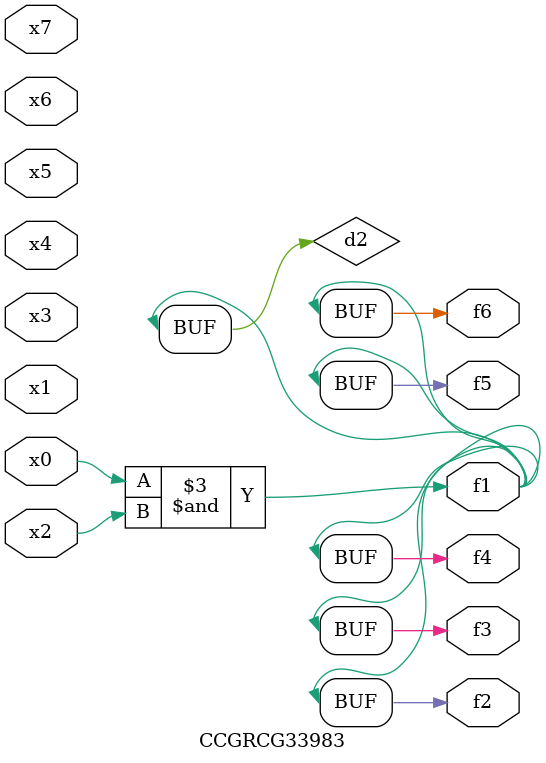
<source format=v>
module CCGRCG33983(
	input x0, x1, x2, x3, x4, x5, x6, x7,
	output f1, f2, f3, f4, f5, f6
);

	wire d1, d2;

	nor (d1, x3, x6);
	and (d2, x0, x2);
	assign f1 = d2;
	assign f2 = d2;
	assign f3 = d2;
	assign f4 = d2;
	assign f5 = d2;
	assign f6 = d2;
endmodule

</source>
